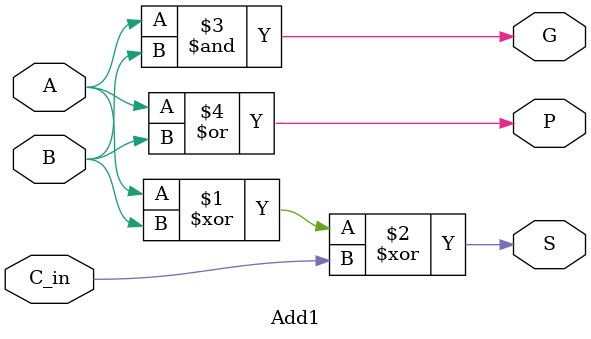
<source format=v>

module Add1
(
  input   A     ,
  input   B     ,
  input   C_in  ,
  output  S     ,
  output  G     ,
  output  P
);

assign S = A ^ B ^ C_in;
assign G = A & B;
assign P = A | B;

endmodule 

// instantiation
/*

Add1 Add1_inst(
  .A    (A    ),
  .B    (B    ),
  .C_in (C_in ),
  .S    (S    ),
  .G    (G    ),
  .P    (P    )
)

*/

</source>
